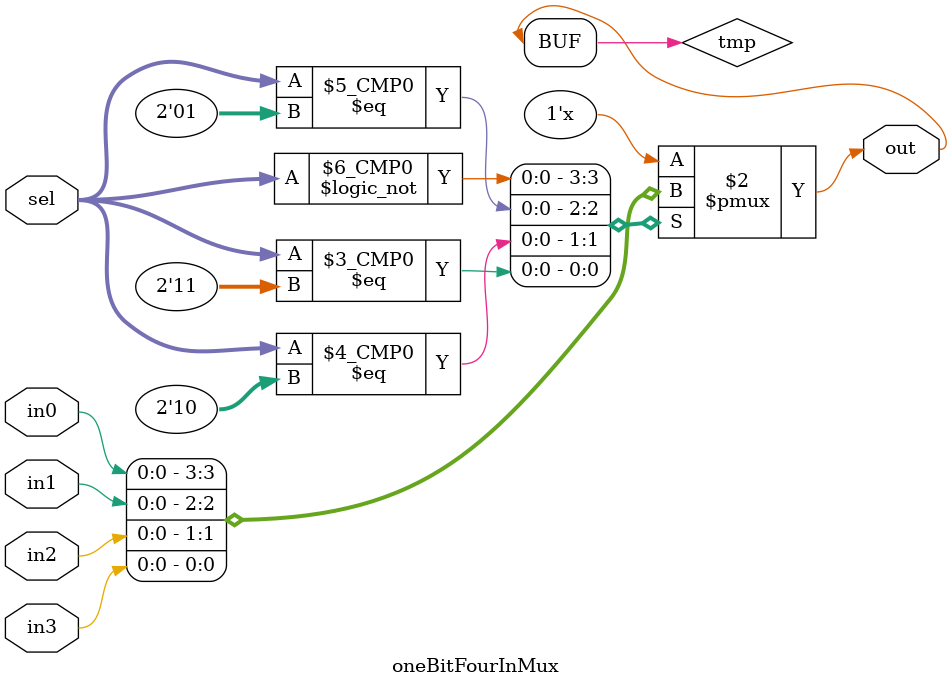
<source format=v>
module oneBitFourInMux    (
input in0,  // mux inputs
input in1,  // mux inputs
input in2,  // mux inputs
input in3,  // mux inputs
input [1:0]sel,  // select line
output out  // output from mux
);

//-------------Code Starts Here-------
reg tmp;
always @(*)
	case(sel)
		 2'b00: tmp = in0;
		 2'b01: tmp = in1;
		 2'b10: tmp = in2;
		 2'b11: tmp = in3;
	 endcase
assign out = tmp;
endmodule 

</source>
